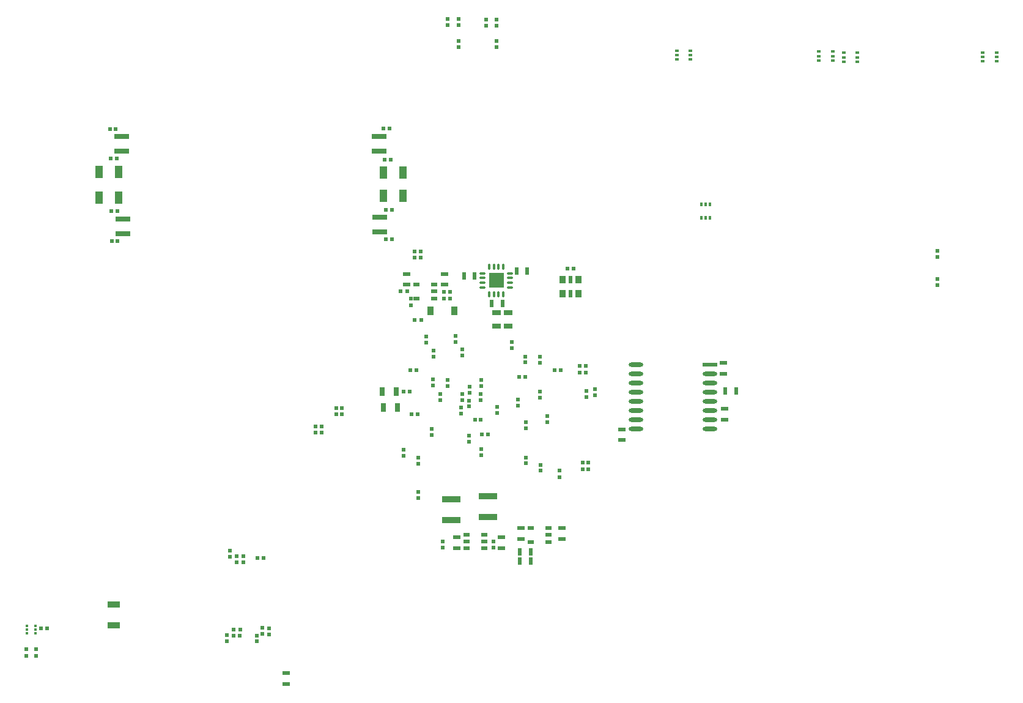
<source format=gbr>
%FSTAX23Y23*%
%MOIN*%
%SFA1B1*%

%IPPOS*%
%ADD11R,0.023622X0.021654*%
%ADD13R,0.021654X0.023622*%
%ADD17R,0.027559X0.051181*%
%ADD26R,0.023622X0.039370*%
%ADD38R,0.102362X0.035433*%
%ADD39R,0.051181X0.027559*%
%ADD40R,0.066929X0.035433*%
%ADD41R,0.039370X0.023622*%
%ADD112R,0.043307X0.066929*%
%ADD113R,0.035827X0.048031*%
%ADD114R,0.019685X0.039370*%
%ADD115R,0.035433X0.039370*%
%ADD116R,0.078740X0.031496*%
%ADD117R,0.017716X0.013500*%
%ADD118O,0.078740X0.023622*%
%ADD119R,0.078740X0.023622*%
%ADD120R,0.016535X0.023622*%
%ADD121O,0.016535X0.023622*%
%ADD122R,0.037401X0.023622*%
%ADD123O,0.011811X0.037401*%
%ADD124O,0.037401X0.011811*%
%ADD125R,0.082677X0.082677*%
%ADD126R,0.023622X0.016535*%
%ADD127O,0.023622X0.016535*%
%LNatfc_paste_bot-1*%
%LPD*%
G54D11*
X04418Y03979D03*
X04451D03*
X04381Y03426D03*
X04348D03*
X04152Y03389D03*
X04186D03*
X03567Y03186D03*
X036D03*
X03594Y03427D03*
X03561D03*
X03522Y03311D03*
X03556D03*
X03983Y03078D03*
X0395D03*
X03912Y03157D03*
X03945D03*
X03777Y03816D03*
X03744D03*
X03426Y04139D03*
X03459D03*
X03426Y043D03*
X03459D03*
X01955Y04742D03*
X01922D03*
X01959Y0458D03*
X01926D03*
X03415Y04744D03*
X03448D03*
X03421Y04574D03*
X03454D03*
X01965Y04132D03*
X01932D03*
X01963Y04295D03*
X0193D03*
X01547Y02019D03*
X01581D03*
X03585Y03702D03*
X03619D03*
X02615Y02413D03*
X0265D03*
X02597Y02013D03*
X02632D03*
X02649Y0238D03*
X02614D03*
X02631Y0198D03*
X02596D03*
X03744Y03854D03*
X03778D03*
X03542Y03857D03*
X03508D03*
X02727Y02405D03*
X0276D03*
G54D13*
X045Y02923D03*
Y02888D03*
X03838Y03191D03*
Y03225D03*
X04267Y03467D03*
Y035D03*
X04188Y03469D03*
Y03502D03*
X04114Y03546D03*
Y03579D03*
X04269Y02912D03*
Y02879D03*
X0419Y02919D03*
Y02952D03*
X04191Y03144D03*
Y03111D03*
X04033Y03226D03*
Y03193D03*
X03602Y02731D03*
Y02764D03*
Y02949D03*
Y02916D03*
X03523Y02959D03*
Y02993D03*
X03677Y03106D03*
Y03073D03*
X04307Y03178D03*
Y03145D03*
X04148Y03266D03*
Y03233D03*
X04268Y03309D03*
Y03276D03*
X03684Y03376D03*
Y03343D03*
X03842Y03264D03*
Y03297D03*
X03881Y03262D03*
Y03229D03*
X03723Y03264D03*
Y03297D03*
X03764Y03373D03*
Y0334D03*
X03881Y03071D03*
Y03038D03*
X03944Y03296D03*
Y03263D03*
X03947Y03373D03*
Y0334D03*
X03883Y03336D03*
Y03303D03*
X03843Y03539D03*
Y03506D03*
X03686Y03534D03*
Y03501D03*
X03806Y0358D03*
Y03613D03*
X03647Y03577D03*
Y0361D03*
X04013Y02493D03*
Y0246D03*
X03736Y02495D03*
Y02462D03*
X03947Y02998D03*
Y02964D03*
X04531Y02888D03*
Y02923D03*
X06434Y03891D03*
Y03925D03*
X06432Y04078D03*
Y04044D03*
X04372Y0288D03*
Y02845D03*
X04521Y0328D03*
Y03314D03*
X04566Y0329D03*
Y03324D03*
X03076Y03086D03*
Y0312D03*
X03042Y03086D03*
Y0312D03*
X04483Y03414D03*
Y03449D03*
X04516Y03414D03*
Y03449D03*
X03157Y03187D03*
Y03222D03*
X03188Y03187D03*
Y03222D03*
X03618Y04041D03*
Y04075D03*
X03585Y04041D03*
Y04075D03*
X03765Y05307D03*
Y05341D03*
X03825Y05307D03*
Y05341D03*
X03972Y05303D03*
Y05337D03*
X04031Y05304D03*
Y05338D03*
X03825Y05221D03*
Y05187D03*
X04031Y05221D03*
Y05187D03*
X01467Y01906D03*
Y01872D03*
X01519Y01906D03*
Y01872D03*
X02789Y02022D03*
Y01988D03*
X02754Y01989D03*
Y02023D03*
X03562Y03782D03*
Y03817D03*
X02559Y01983D03*
Y0195D03*
X02577Y0241D03*
Y02443D03*
X02722Y01982D03*
Y01949D03*
G54D17*
X03407Y03311D03*
X03482D03*
X0349Y03224D03*
X03415D03*
G54D26*
X05336Y03314D03*
X05277D03*
X04198Y03966D03*
X04139D03*
X03852Y03939D03*
X03911D03*
X04062Y03792D03*
X04003D03*
X04158Y02437D03*
X04217D03*
Y02387D03*
X04158D03*
G54D38*
X03984Y02627D03*
Y02742D03*
X03785Y02725D03*
Y0261D03*
G54D39*
X04094Y03742D03*
Y03667D03*
X04031D03*
Y03742D03*
G54D40*
X01942Y02038D03*
Y02152D03*
G54D41*
X03539Y03952D03*
Y03893D03*
X04386Y02507D03*
Y02566D03*
X04163Y02508D03*
Y02567D03*
X04057Y02516D03*
Y02457D03*
X03815Y02516D03*
Y02457D03*
X05267Y03466D03*
Y03407D03*
X04714Y03105D03*
Y03046D03*
X05272Y03157D03*
Y03216D03*
X02883Y01717D03*
Y01776D03*
X03746Y03893D03*
Y03952D03*
G54D112*
X03519Y04378D03*
X03412D03*
X01864Y04508D03*
X01971D03*
X03519Y04503D03*
X03412D03*
X01864Y04368D03*
X0197D03*
G54D113*
X038Y03751D03*
X03671D03*
G54D114*
X04433Y03919D03*
Y03844D03*
G54D115*
X04476Y03919D03*
Y03844D03*
X04391Y03919D03*
Y03844D03*
G54D116*
X03394Y0426D03*
Y04181D03*
X01986Y04621D03*
Y047D03*
X03389Y0462D03*
Y04699D03*
X01994Y04251D03*
Y04172D03*
G54D117*
X01518Y02034D03*
Y02014D03*
Y01994D03*
X01469D03*
Y02014D03*
Y02034D03*
G54D118*
X04789Y03107D03*
Y03157D03*
Y03207D03*
Y03257D03*
Y03307D03*
Y03357D03*
Y03407D03*
Y03457D03*
X05195Y03107D03*
Y03157D03*
Y03207D03*
Y03257D03*
Y03307D03*
Y03357D03*
Y03407D03*
G54D119*
X05195Y03457D03*
G54D120*
X05146Y04257D03*
X0517D03*
X05146Y04331D03*
X0517D03*
X05195D03*
G54D121*
X05195Y04257D03*
G54D122*
X03593Y03893D03*
Y03818D03*
X0369Y03856D03*
Y03893D03*
Y03818D03*
X04217Y02566D03*
Y02491D03*
X04314Y02529D03*
Y02566D03*
Y02491D03*
X03868Y02494D03*
Y02531D03*
Y02456D03*
X03965D03*
Y02531D03*
Y02494D03*
G54D123*
X0399Y0399D03*
X04016D03*
X04041D03*
X0399Y03842D03*
X04016D03*
X04041D03*
X04067Y0399D03*
Y03842D03*
G54D124*
X03955Y03929D03*
Y03904D03*
Y03955D03*
Y03878D03*
X04102Y03929D03*
Y03904D03*
Y03955D03*
Y03878D03*
G54D125*
X04029Y03916D03*
G54D126*
X05788Y05114D03*
Y05138D03*
Y05163D03*
X05863Y05114D03*
Y05138D03*
X05088Y05168D03*
Y05144D03*
Y0512D03*
X05014Y05168D03*
Y05144D03*
X05924Y05132D03*
Y05156D03*
X05998Y05107D03*
Y05132D03*
Y05156D03*
X06756Y05133D03*
Y05109D03*
X06681Y05158D03*
Y05133D03*
Y05109D03*
G54D127*
X05863Y05163D03*
X05014Y0512D03*
X05924Y05107D03*
X06756Y05158D03*
M02*
</source>
